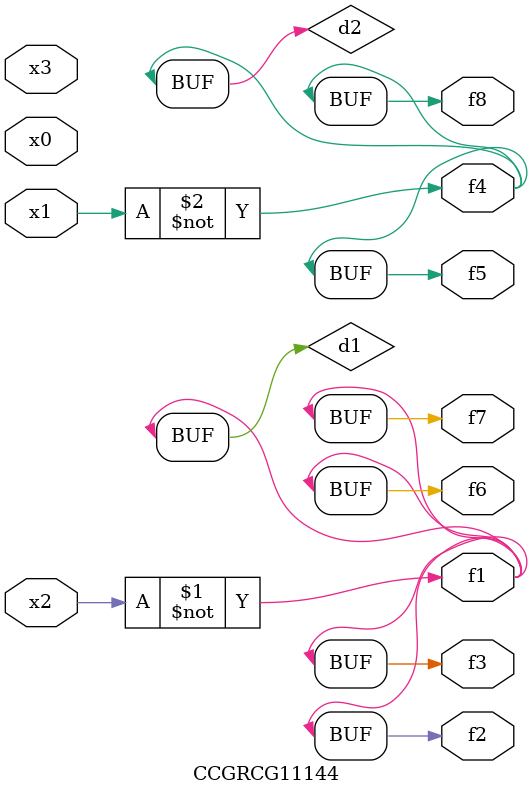
<source format=v>
module CCGRCG11144(
	input x0, x1, x2, x3,
	output f1, f2, f3, f4, f5, f6, f7, f8
);

	wire d1, d2;

	xnor (d1, x2);
	not (d2, x1);
	assign f1 = d1;
	assign f2 = d1;
	assign f3 = d1;
	assign f4 = d2;
	assign f5 = d2;
	assign f6 = d1;
	assign f7 = d1;
	assign f8 = d2;
endmodule

</source>
